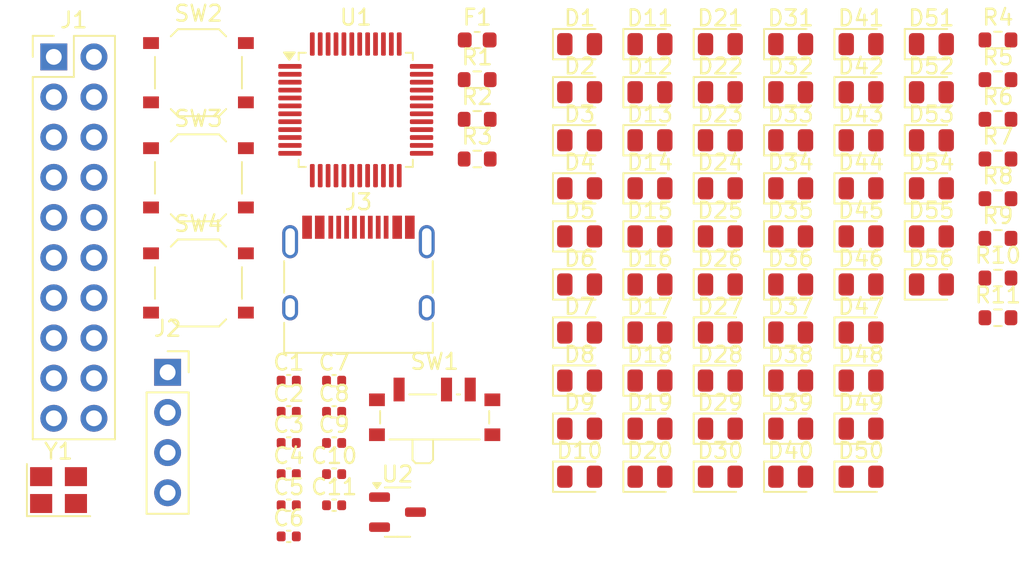
<source format=kicad_pcb>
(kicad_pcb (version 20240108) (generator "pcbnew") (generator_version "8.0")
  (layers (0 "F.Cu" signal) (31 "B.Cu" signal) (34 "B.Paste" user) (35 "F.Paste" user) (36 "B.SilkS" user "B.Silkscreen") (37 "F.SilkS" user "F.Silkscreen") (38 "B.Mask" user) (39 "F.Mask" user) (44 "Edge.Cuts" user))
  (net 0 "")
  (net 1 "+3.3V")
  (net 2 "GND")
  (net 3 "HSE_IN")
  (net 4 "HSE_OUT")
  (net 5 "NRST")
  (net 6 "Net-(U2-VI)")
  (net 7 "Net-(D1-A)")
  (net 8 "LED1")
  (net 9 "LED2")
  (net 10 "LED3")
  (net 11 "LED4")
  (net 12 "LED5")
  (net 13 "LED6")
  (net 14 "LED7")
  (net 15 "LED0")
  (net 16 "Net-(D10-A)")
  (net 17 "Net-(D15-A)")
  (net 18 "Net-(D22-A)")
  (net 19 "Net-(D29-A)")
  (net 20 "Net-(D36-A)")
  (net 21 "Net-(D43-A)")
  (net 22 "Net-(D50-A)")
  (net 23 "+5V")
  (net 24 "PB2")
  (net 25 "PB6")
  (net 26 "PB5")
  (net 27 "PB1")
  (net 28 "PB0")
  (net 29 "PB8")
  (net 30 "Net-(J1-Pin_20)")
  (net 31 "PB3")
  (net 32 "Net-(J1-Pin_16)")
  (net 33 "PB7")
  (net 34 "PB4")
  (net 35 "Net-(J1-Pin_14)")
  (net 36 "Net-(J1-Pin_18)")
  (net 37 "/SWCLK")
  (net 38 "/SWDIO")
  (net 40 "USB_D-")
  (net 42 "Net-(J3-CC2)")
  (net 43 "Net-(J3-CC1)")
  (net 46 "USB_D+")
  (net 49 "/BOOT0")
  (net 50 "Net-(SW1-B)")
  (net 51 "BTN0")
  (net 52 "BTN1")
  (footprint "LED_SMD:LED_0805_2012Metric" (layer "F.Cu") (at 131.1425 70.16)
    (property "Reference" "D43" (at 0 -1.65 0) (layer "F.SilkS"))
    (property "Value" "LED_Small")
    (pad "1" smd roundrect (at -0.9375 0) (size 0.975 1.4) (layers "F.Cu" "F.Paste" "F.Mask") (net 15 "LED0"))
    (pad "2" smd roundrect (at 0.9375 0) (size 0.975 1.4) (layers "F.Cu" "F.Paste" "F.Mask") (net 21 "Net-(D43-A)"))
  )
  (footprint "LED_SMD:LED_0805_2012Metric" (layer "F.Cu") (at 131.1425 82.32)
    (property "Reference" "D47" (at 0 -1.65 0) (layer "F.SilkS"))
    (property "Value" "LED_Small")
    (pad "1" smd roundrect (at -0.9375 0) (size 0.975 1.4) (layers "F.Cu" "F.Paste" "F.Mask") (net 11 "LED4"))
    (pad "2" smd roundrect (at 0.9375 0) (size 0.975 1.4) (layers "F.Cu" "F.Paste" "F.Mask") (net 21 "Net-(D43-A)"))
  )
  (footprint "LED_SMD:LED_0805_2012Metric" (layer "F.Cu") (at 126.6925 64.08)
    (property "Reference" "D31" (at 0 -1.65 0) (layer "F.SilkS"))
    (property "Value" "LED_Small")
    (pad "1" smd roundrect (at -0.9375 0) (size 0.975 1.4) (layers "F.Cu" "F.Paste" "F.Mask") (net 9 "LED2"))
    (pad "2" smd roundrect (at 0.9375 0) (size 0.975 1.4) (layers "F.Cu" "F.Paste" "F.Mask") (net 19 "Net-(D29-A)"))
  )
  (footprint "LED_SMD:LED_0805_2012Metric" (layer "F.Cu") (at 126.6925 79.28)
    (property "Reference" "D36" (at 0 -1.65 0) (layer "F.SilkS"))
    (property "Value" "LED_Small")
    (pad "1" smd roundrect (at -0.9375 0) (size 0.975 1.4) (layers "F.Cu" "F.Paste" "F.Mask") (net 15 "LED0"))
    (pad "2" smd roundrect (at 0.9375 0) (size 0.975 1.4) (layers "F.Cu" "F.Paste" "F.Mask") (net 20 "Net-(D36-A)"))
  )
  (footprint "Package_TO_SOT_SMD:SOT-23-3" (layer "F.Cu") (at 101.8225 93.68)
    (property "Reference" "U2" (at 0 -2.4 0) (layer "F.SilkS"))
    (property "Value" "XC6206P332MR")
    (pad "1" smd roundrect (at -1.1375 -0.95) (size 1.325 0.6) (layers "F.Cu" "F.Paste" "F.Mask") (net 2 "GND"))
    (pad "2" smd roundrect (at -1.1375 0.95) (size 1.325 0.6) (layers "F.Cu" "F.Paste" "F.Mask") (net 1 "+3.3V"))
    (pad "3" smd roundrect (at 1.1375 0) (size 1.325 0.6) (layers "F.Cu" "F.Paste" "F.Mask") (net 6 "Net-(U2-VI)"))
  )
  (footprint "LED_SMD:LED_0805_2012Metric" (layer "F.Cu") (at 126.6925 73.2)
    (property "Reference" "D34" (at 0 -1.65 0) (layer "F.SilkS"))
    (property "Value" "LED_Small")
    (pad "1" smd roundrect (at -0.9375 0) (size 0.975 1.4) (layers "F.Cu" "F.Paste" "F.Mask") (net 13 "LED6"))
    (pad "2" smd roundrect (at 0.9375 0) (size 0.975 1.4) (layers "F.Cu" "F.Paste" "F.Mask") (net 19 "Net-(D29-A)"))
  )
  (footprint "LED_SMD:LED_0805_2012Metric" (layer "F.Cu") (at 122.2425 88.4)
    (property "Reference" "D29" (at 0 -1.65 0) (layer "F.SilkS"))
    (property "Value" "LED_Small")
    (pad "1" smd roundrect (at -0.9375 0) (size 0.975 1.4) (layers "F.Cu" "F.Paste" "F.Mask") (net 15 "LED0"))
    (pad "2" smd roundrect (at 0.9375 0) (size 0.975 1.4) (layers "F.Cu" "F.Paste" "F.Mask") (net 19 "Net-(D29-A)"))
  )
  (footprint "LED_SMD:LED_0805_2012Metric" (layer "F.Cu") (at 117.7925 88.4)
    (property "Reference" "D19" (at 0 -1.65 0) (layer "F.SilkS"))
    (property "Value" "LED_Small")
    (pad "1" smd roundrect (at -0.9375 0) (size 0.975 1.4) (layers "F.Cu" "F.Paste" "F.Mask") (net 12 "LED5"))
    (pad "2" smd roundrect (at 0.9375 0) (size 0.975 1.4) (layers "F.Cu" "F.Paste" "F.Mask") (net 17 "Net-(D15-A)"))
  )
  (footprint "LED_SMD:LED_0805_2012Metric" (layer "F.Cu") (at 117.7925 85.36)
    (property "Reference" "D18" (at 0 -1.65 0) (layer "F.SilkS"))
    (property "Value" "LED_Small")
    (pad "1" smd roundrect (at -0.9375 0) (size 0.975 1.4) (layers "F.Cu" "F.Paste" "F.Mask") (net 11 "LED4"))
    (pad "2" smd roundrect (at 0.9375 0) (size 0.975 1.4) (layers "F.Cu" "F.Paste" "F.Mask") (net 17 "Net-(D15-A)"))
  )
  (footprint "LED_SMD:LED_0805_2012Metric" (layer "F.Cu") (at 117.7925 76.24)
    (property "Reference" "D15" (at 0 -1.65 0) (layer "F.SilkS"))
    (property "Value" "LED_Small")
    (pad "1" smd roundrect (at -0.9375 0) (size 0.975 1.4) (layers "F.Cu" "F.Paste" "F.Mask") (net 15 "LED0"))
    (pad "2" smd roundrect (at 0.9375 0) (size 0.975 1.4) (layers "F.Cu" "F.Paste" "F.Mask") (net 17 "Net-(D15-A)"))
  )
  (footprint "LED_SMD:LED_0805_2012Metric" (layer "F.Cu") (at 122.2425 85.36)
    (property "Reference" "D28" (at 0 -1.65 0) (layer "F.SilkS"))
    (property "Value" "LED_Small")
    (pad "1" smd roundrect (at -0.9375 0) (size 0.975 1.4) (layers "F.Cu" "F.Paste" "F.Mask") (net 14 "LED7"))
    (pad "2" smd roundrect (at 0.9375 0) (size 0.975 1.4) (layers "F.Cu" "F.Paste" "F.Mask") (net 18 "Net-(D22-A)"))
  )
  (footprint "Capacitor_SMD:C_0402_1005Metric" (layer "F.Cu") (at 97.8125 87.335)
    (property "Reference" "C8" (at 0 -1.16 0) (layer "F.SilkS"))
    (property "Value" "100nF")
    (pad "1" smd roundrect (at -0.48 0) (size 0.56 0.62) (layers "F.Cu" "F.Paste" "F.Mask") (net 5 "NRST"))
    (pad "2" smd roundrect (at 0.48 0) (size 0.56 0.62) (layers "F.Cu" "F.Paste" "F.Mask") (net 2 "GND"))
  )
  (footprint "LED_SMD:LED_0805_2012Metric" (layer "F.Cu") (at 131.1425 73.2)
    (property "Reference" "D44" (at 0 -1.65 0) (layer "F.SilkS"))
    (property "Value" "LED_Small")
    (pad "1" smd roundrect (at -0.9375 0) (size 0.975 1.4) (layers "F.Cu" "F.Paste" "F.Mask") (net 8 "LED1"))
    (pad "2" smd roundrect (at 0.9375 0) (size 0.975 1.4) (layers "F.Cu" "F.Paste" "F.Mask") (net 21 "Net-(D43-A)"))
  )
  (footprint "LED_SMD:LED_0805_2012Metric" (layer "F.Cu") (at 113.3425 85.36)
    (property "Reference" "D8" (at 0 -1.65 0) (layer "F.SilkS"))
    (property "Value" "LED_Small")
    (pad "1" smd roundrect (at -0.9375 0) (size 0.975 1.4) (layers "F.Cu" "F.Paste" "F.Mask") (net 15 "LED0"))
    (pad "2" smd roundrect (at 0.9375 0) (size 0.975 1.4) (layers "F.Cu" "F.Paste" "F.Mask") (net 16 "Net-(D10-A)"))
  )
  (footprint "Button_Switch_SMD:SW_Push_1P1T_XKB_TS-1187A" (layer "F.Cu") (at 89.2325 72.535)
    (property "Reference" "SW3" (at 0 -3.75 0) (layer "F.SilkS"))
    (property "Value" "SW_Push")
    (pad "1" smd rect (at -3 -1.875) (size 1 0.75) (layers "F.Cu" "F.Paste" "F.Mask") (net 51 "BTN0"))
    (pad "1" smd rect (at 3 -1.875) (size 1 0.75) (layers "F.Cu" "F.Paste" "F.Mask") (net 51 "BTN0"))
    (pad "2" smd rect (at -3 1.875) (size 1 0.75) (layers "F.Cu" "F.Paste" "F.Mask") (net 2 "GND"))
    (pad "2" smd rect (at 3 1.875) (size 1 0.75) (layers "F.Cu" "F.Paste" "F.Mask") (net 2 "GND"))
  )
  (footprint "LED_SMD:LED_0805_2012Metric" (layer "F.Cu") (at 126.6925 88.4)
    (property "Reference" "D39" (at 0 -1.65 0) (layer "F.SilkS"))
    (property "Value" "LED_Small")
    (pad "1" smd roundrect (at -0.9375 0) (size 0.975 1.4) (layers "F.Cu" "F.Paste" "F.Mask") (net 10 "LED3"))
    (pad "2" smd roundrect (at 0.9375 0) (size 0.975 1.4) (layers "F.Cu" "F.Paste" "F.Mask") (net 20 "Net-(D36-A)"))
  )
  (footprint "Resistor_SMD:R_0603_1608Metric" (layer "F.Cu") (at 106.8625 66.325)
    (property "Reference" "R1" (at 0 -1.43 0) (layer "F.SilkS"))
    (property "Value" "10k")
    (pad "1" smd roundrect (at -0.825 0) (size 0.8 0.95) (layers "F.Cu" "F.Paste" "F.Mask") (net 50 "Net-(SW1-B)"))
    (pad "2" smd roundrect (at 0.825 0) (size 0.8 0.95) (layers "F.Cu" "F.Paste" "F.Mask") (net 49 "/BOOT0"))
  )
  (footprint "Resistor_SMD:R_0603_1608Metric" (layer "F.Cu") (at 139.8025 71.345)
    (property "Reference" "R7" (at 0 -1.43 0) (layer "F.SilkS"))
    (property "Value" "51Ω")
    (pad "1" smd roundrect (at -0.825 0) (size 0.8 0.95) (layers "F.Cu" "F.Paste" "F.Mask") (net 10 "LED3"))
    (pad "2" smd roundrect (at 0.825 0) (size 0.8 0.95) (layers "F.Cu" "F.Paste" "F.Mask") (net 18 "Net-(D22-A)"))
  )
  (footprint "Capacitor_SMD:C_0402_1005Metric" (layer "F.Cu") (at 94.9425 89.305)
    (property "Reference" "C3" (at 0 -1.16 0) (layer "F.SilkS"))
    (property "Value" "100nF")
    (pad "1" smd roundrect (at -0.48 0) (size 0.56 0.62) (layers "F.Cu" "F.Paste" "F.Mask") (net 1 "+3.3V"))
    (pad "2" smd roundrect (at 0.48 0) (size 0.56 0.62) (layers "F.Cu" "F.Paste" "F.Mask") (net 2 "GND"))
  )
  (footprint "LED_SMD:LED_0805_2012Metric" (layer "F.Cu") (at 122.2425 79.28)
    (property "Reference" "D26" (at 0 -1.65 0) (layer "F.SilkS"))
    (property "Value" "LED_Small")
    (pad "1" smd roundrect (at -0.9375 0) (size 0.975 1.4) (layers "F.Cu" "F.Paste" "F.Mask") (net 12 "LED5"))
    (pad "2" smd roundrect (at 0.9375 0) (size 0.975 1.4) (layers "F.Cu" "F.Paste" "F.Mask") (net 18 "Net-(D22-A)"))
  )
  (footprint "LED_SMD:LED_0805_2012Metric" (layer "F.Cu") (at 113.3425 91.44)
    (property "Reference" "D10" (at 0 -1.65 0) (layer "F.SilkS"))
    (property "Value" "LED_Small")
    (pad "1" smd roundrect (at -0.9375 0) (size 0.975 1.4) (layers "F.Cu" "F.Paste" "F.Mask") (net 10 "LED3"))
    (pad "2" smd roundrect (at 0.9375 0) (size 0.975 1.4) (layers "F.Cu" "F.Paste" "F.Mask") (net 16 "Net-(D10-A)"))
  )
  (footprint "LED_SMD:LED_0805_2012Metric" (layer "F.Cu") (at 131.1425 91.44)
    (property "Reference" "D50" (at 0 -1.65 0) (layer "F.SilkS"))
    (property "Value" "LED_Small")
    (pad "1" smd roundrect (at -0.9375 0) (size 0.975 1.4) (layers "F.Cu" "F.Paste" "F.Mask") (net 15 "LED0"))
    (pad "2" smd roundrect (at 0.9375 0) (size 0.975 1.4) (layers "F.Cu" "F.Paste" "F.Mask") (net 22 "Net-(D50-A)"))
  )
  (footprint "LED_SMD:LED_0805_2012Metric" (layer "F.Cu") (at 126.6925 70.16)
    (property "Reference" "D33" (at 0 -1.65 0) (layer "F.SilkS"))
    (property "Value" "LED_Small")
    (pad "1" smd roundrect (at -0.9375 0) (size 0.975 1.4) (layers "F.Cu" "F.Paste" "F.Mask") (net 12 "LED5"))
    (pad "2" smd roundrect (at 0.9375 0) (size 0.975 1.4) (layers "F.Cu" "F.Paste" "F.Mask") (net 19 "Net-(D29-A)"))
  )
  (footprint "LED_SMD:LED_0805_2012Metric" (layer "F.Cu") (at 131.1425 64.08)
    (property "Reference" "D41" (at 0 -1.65 0) (layer "F.SilkS"))
    (property "Value" "LED_Small")
    (pad "1" smd roundrect (at -0.9375 0) (size 0.975 1.4) (layers "F.Cu" "F.Paste" "F.Mask") (net 13 "LED6"))
    (pad "2" smd roundrect (at 0.9375 0) (size 0.975 1.4) (layers "F.Cu" "F.Paste" "F.Mask") (net 20 "Net-(D36-A)"))
  )
  (footprint "LED_SMD:LED_0805_2012Metric" (layer "F.Cu") (at 126.6925 76.24)
    (property "Reference" "D35" (at 0 -1.65 0) (layer "F.SilkS"))
    (property "Value" "LED_Small")
    (pad "1" smd roundrect (at -0.9375 0) (size 0.975 1.4) (layers "F.Cu" "F.Paste" "F.Mask") (net 14 "LED7"))
    (pad "2" smd roundrect (at 0.9375 0) (size 0.975 1.4) (layers "F.Cu" "F.Paste" "F.Mask") (net 19 "Net-(D29-A)"))
  )
  (footprint "LED_SMD:LED_0805_2012Metric" (layer "F.Cu") (at 135.5925 79.28)
    (property "Reference" "D56" (at 0 -1.65 0) (layer "F.SilkS"))
    (property "Value" "LED_Small")
    (pad "1" smd roundrect (at -0.9375 0) (size 0.975 1.4) (layers "F.Cu" "F.Paste" "F.Mask") (net 13 "LED6"))
    (pad "2" smd roundrect (at 0.9375 0) (size 0.975 1.4) (layers "F.Cu" "F.Paste" "F.Mask") (net 22 "Net-(D50-A)"))
  )
  (footprint "Capacitor_SMD:C_0402_1005Metric" (layer "F.Cu") (at 97.8125 89.305)
    (property "Reference" "C9" (at 0 -1.16 0) (layer "F.SilkS"))
    (property "Value" "100nF")
    (pad "1" smd roundrect (at -0.48 0) (size 0.56 0.62) (layers "F.Cu" "F.Paste" "F.Mask") (net 1 "+3.3V"))
    (pad "2" smd roundrect (at 0.48 0) (size 0.56 0.62) (layers "F.Cu" "F.Paste" "F.Mask") (net 2 "GND"))
  )
  (footprint "LED_SMD:LED_0805_2012Metric" (layer "F.Cu") (at 117.7925 91.44)
    (property "Reference" "D20" (at 0 -1.65 0) (layer "F.SilkS"))
    (property "Value" "LED_Small")
    (pad "1" smd roundrect (at -0.9375 0) (size 0.975 1.4) (layers "F.Cu" "F.Paste" "F.Mask") (net 13 "LED6"))
    (pad "2" smd roundrect (at 0.9375 0) (size 0.975 1.4) (layers "F.Cu" "F.Paste" "F.Mask") (net 17 "Net-(D15-A)"))
  )
  (footprint "LCSC:TYPE-C-31-M-12" (layer "F.Cu") (at 99.3525 79.705)
    (property "Reference" "J3" (at 0 -5.645 0) (layer "F.SilkS"))
    (property "Value" "TYPE-C-31-M-12")
    (pad "" np_thru_hole circle (at -2.89 -2.6) (size 0.65 0.65) (drill 0.65) (layers "*.Cu" "*.Mask"))
    (pad "" np_thru_hole circle (at 2.89 -2.6) (size 0.65 0.65) (drill 0.65) (layers "*.Cu" "*.Mask"))
    (pad "A1" smd rect (at -3.25 -4.045) (size 0.6 1.45) (layers "F.Cu" "F.Paste" "F.Mask"))
    (pad "A4" smd rect (at -2.45 -4.045) (size 0.6 1.45) (layers "F.Cu" "F.Paste" "F.Mask"))
    (pad "A5" smd rect (at -1.25 -4.045) (size 0.3 1.45) (layers "F.Cu" "F.Paste" "F.Mask") (net 43 "Net-(J3-CC1)"))
    (pad "A6" smd rect (at -0.25 -4.045) (size 0.3 1.45) (layers "F.Cu" "F.Paste" "F.Mask") (net 46 "USB_D+"))
    (pad "A7" smd rect (at 0.25 -4.045) (size 0.3 1.45) (layers "F.Cu" "F.Paste" "F.Mask") (net 40 "USB_D-"))
    (pad "A8" smd rect (at 1.25 -4.045) (size 0.3 1.45) (layers "F.Cu" "F.Paste" "F.Mask"))
    (pad "A9" smd rect (at 2.45 -4.045) (size 0.6 1.45) (layers "F.Cu" "F.Paste" "F.Mask"))
    (pad "A12" smd rect (at 3.25 -4.045) (size 0.6 1.45) (layers "F.Cu" "F.Paste" "F.Mask"))
    (pad "B1" smd rect (at 3.25 -4.045) (size 0.6 1.45) (layers "F.Cu" "F.Paste" "F.Mask"))
    (pad "B4" smd rect (at 2.45 -4.045) (size 0.6 1.45) (layers "F.Cu" "F.Paste" "F.Mask"))
    (pad "B5" smd rect (at 1.75 -4.045) (size 0.3 1.45) (layers "F.Cu" "F.Paste" "F.Mask") (net 42 "Net-(J3-CC2)"))
    (pad "B6" smd rect (at 0.75 -4.045) (size 0.3 1.45) (layers "F.Cu" "F.Paste" "F.Mask") (net 46 "USB_D+"))
    (pad "B7" smd rect (at -0.75 -4.045) (size 0.3 1.45) (layers "F.Cu" "F.Paste" "F.Mask") (net 40 "USB_D-"))
    (pad "B8" smd rect (at -1.75 -4.045) (size 0.3 1.45) (layers "F.Cu" "F.Paste" "F.Mask"))
    (pad "B9" smd rect (at -2.45 -4.045) (size 0.6 1.45) (layers "F.Cu" "F.Paste" "F.Mask"))
    (pad "B12" smd rect (at -3.25 -4.045) (size 0.6 1.45) (layers "F.Cu" "F.Paste" "F.Mask"))
    (pad "S1" thru_hole oval (at -4.32 -3.13) (size 1 2.1) (drill oval 0.6 1.7) (layers "*.Cu" "*.Mask"))
    (pad "S1" thru_hole oval (at -4.32 1.05) (size 1 1.6) (drill oval 0.6 1.2) (layers "*.Cu" "*.Mask"))
    (pad "S1" thru_hole oval (at 4.32 -3.13) (size 1 2.1) (drill oval 0.6 1.7) (layers "*.Cu" "*.Mask"))
    (pad "S1" thru_hole oval (at 4.32 1.05) (size 1 1.6) (drill oval 0.6 1.2) (layers "*.Cu" "*.Mask"))
  )
  (footprint "LED_SMD:LED_0805_2012Metric" (layer "F.Cu") (at 117.7925 64.08)
    (property "Reference" "D11" (at 0 -1.65 0) (layer "F.SilkS"))
    (property "Value" "LED_Small")
    (pad "1" smd roundrect (at -0.9375 0) (size 0.975 1.4) (layers "F.Cu" "F.Paste" "F.Mask") (net 11 "LED4"))
    (pad "2" smd roundrect (at 0.9375 0) (size 0.975 1.4) (layers "F.Cu" "F.Paste" "F.Mask") (net 16 "Net-(D10-A)"))
  )
  (footprint "LED_SMD:LED_0805_2012Metric" (layer "F.Cu") (at 126.6925 67.12)
    (property "Reference" "D32" (at 0 -1.65 0) (layer "F.SilkS"))
    (property "Value" "LED_Small")
    (pad "1" smd roundrect (at -0.9375 0) (size 0.975 1.4) (layers "F.Cu" "F.Paste" "F.Mask") (net 10 "LED3"))
    (pad "2" smd roundrect (at 0.9375 0) (size 0.975 1.4) (layers "F.Cu" "F.Paste" "F.Mask") (net 19 "Net-(D29-A)"))
  )
  (footprint "Capacitor_SMD:C_0402_1005Metric" (layer "F.Cu") (at 97.8125 93.245)
    (property "Reference" "C11" (at 0 -1.16 0) (layer "F.SilkS"))
    (property "Value" "10uF")
    (pad "1" smd roundrect (at -0.48 0) (size 0.56 0.62) (layers "F.Cu" "F.Paste" "F.Mask") (net 1 "+3.3V"))
    (pad "2" smd roundrect (at 0.48 0) (size 0.56 0.62) (layers "F.Cu" "F.Paste" "F.Mask") (net 2 "GND"))
  )
  (footprint "LED_SMD:LED_0805_2012Metric" (layer "F.Cu") (at 131.1425 85.36)
    (property "Reference" "D48" (at 0 -1.65 0) (layer "F.SilkS"))
    (property "Value" "LED_Small")
    (pad "1" smd roundrect (at -0.9375 0) (size 0.975 1.4) (layers "F.Cu" "F.Paste" "F.Mask") (net 12 "LED5"))
    (pad "2" smd roundrect (at 0.9375 0) (size 0.975 1.4) (layers "F.Cu" "F.Paste" "F.Mask") (net 21 "Net-(D43-A)"))
  )
  (footprint "LED_SMD:LED_0805_2012Metric" (layer "F.Cu") (at 126.6925 85.36)
    (property "Reference" "D38" (at 0 -1.65 0) (layer "F.SilkS"))
    (property "Value" "LED_Small")
    (pad "1" smd roundrect (at -0.9375 0) (size 0.975 1.4) (layers "F.Cu" "F.Paste" "F.Mask") (net 9 "LED2"))
    (pad "2" smd roundrect (at 0.9375 0) (size 0.975 1.4) (layers "F.Cu" "F.Paste" "F.Mask") (net 20 "Net-(D36-A)"))
  )
  (footprint "Capacitor_SMD:C_0402_1005Metric" (layer "F.Cu") (at 97.8125 91.275)
    (property "Reference" "C10" (at 0 -1.16 0) (layer "F.SilkS"))
    (property "Value" "10uF")
    (pad "1" smd roundrect (at -0.48 0) (size 0.56 0.62) (layers "F.Cu" "F.Paste" "F.Mask") (net 6 "Net-(U2-VI)"))
    (pad "2" smd roundrect (at 0.48 0) (size 0.56 0.62) (layers "F.Cu" "F.Paste" "F.Mask") (net 2 "GND"))
  )
  (footprint "Resistor_SMD:R_0603_1608Metric" (layer "F.Cu") (at 139.8025 81.385)
    (property "Reference" "R11" (at 0 -1.43 0) (layer "F.SilkS"))
    (property "Value" "51Ω")
    (pad "1" smd roundrect (at -0.825 0) (size 0.8 0.95) (layers "F.Cu" "F.Paste" "F.Mask") (net 14 "LED7"))
    (pad "2" smd roundrect (at 0.825 0) (size 0.8 0.95) (layers "F.Cu" "F.Paste" "F.Mask") (net 22 "Net-(D50-A)"))
  )
  (footprint "LED_SMD:LED_0805_2012Metric" (layer "F.Cu") (at 117.7925 67.12)
    (property "Reference" "D12" (at 0 -1.65 0) (layer "F.SilkS"))
    (property "Value" "LED_Small")
    (pad "1" smd roundrect (at -0.9375 0) (size 0.975 1.4) (layers "F.Cu" "F.Paste" "F.Mask") (net 12 "LED5"))
    (pad "2" smd roundrect (at 0.9375 0) (size 0.975 1.4) (layers "F.Cu" "F.Paste" "F.Mask") (net 16 "Net-(D10-A)"))
  )
  (footprint "Resistor_SMD:R_0603_1608Metric" (layer "F.Cu") (at 139.8025 66.325)
    (property "Reference" "R5" (at 0 -1.43 0) (layer "F.SilkS"))
    (property "Value" "51Ω")
    (pad "1" smd roundrect (at -0.825 0) (size 0.8 0.95) (layers "F.Cu" "F.Paste" "F.Mask") (net 8 "LED1"))
    (pad "2" smd roundrect (at 0.825 0) (size 0.8 0.95) (layers "F.Cu" "F.Paste" "F.Mask") (net 16 "Net-(D10-A)"))
  )
  (footprint "Package_QFP:LQFP-48_7x7mm_P0.5mm" (layer "F.Cu") (at 99.1825 68.235)
    (property "Reference" "U1" (at 0 -5.85 0) (layer "F.SilkS"))
    (property "Value" "STM32F070CBTx")
    (pad "1" smd roundrect (at -4.1625 -2.75) (size 1.475 0.3) (layers "F.Cu" "F.Paste" "F.Mask") (net 1 "+3.3V"))
    (pad "2" smd roundrect (at -4.1625 -2.25) (size 1.475 0.3) (layers "F.Cu" "F.Paste" "F.Mask"))
    (pad "3" smd roundrect (at -4.1625 -1.75) (size 1.475 0.3) (layers "F.Cu" "F.Paste" "F.Mask"))
    (pad "4" smd roundrect (at -4.1625 -1.25) (size 1.475 0.3) (layers "F.Cu" "F.Paste" "F.Mask"))
    (pad "5" smd roundrect (at -4.1625 -0.75) (size 1.475 0.3) (layers "F.Cu" "F.Paste" "F.Mask") (net 3 "HSE_IN"))
    (pad "6" smd roundrect (at -4.1625 -0.25) (size 1.475 0.3) (layers "F.Cu" "F.Paste" "F.Mask") (net 4 "HSE_OUT"))
    (pad "7" smd roundrect (at -4.1625 0.25) (size 1.475 0.3) (layers "F.Cu" "F.Paste" "F.Mask") (net 5 "NRST"))
    (pad "8" smd roundrect (at -4.1625 0.75) (size 1.475 0.3) (layers "F.Cu" "F.Paste" "F.Mask") (net 2 "GND"))
    (pad "9" smd roundrect (at -4.1625 1.25) (size 1.475 0.3) (layers "F.Cu" "F.Paste" "F.Mask") (net 1 "+3.3V"))
    (pad "10" smd roundrect (at -4.1625 1.75) (size 1.475 0.3) (layers "F.Cu" "F.Paste" "F.Mask") (net 15 "LED0"))
    (pad "11" smd roundrect (at -4.1625 2.25) (size 1.475 0.3) (layers "F.Cu" "F.Paste" "F.Mask") (net 8 "LED1"))
    (pad "12" smd roundrect (at -4.1625 2.75) (size 1.475 0.3) (layers "F.Cu" "F.Paste" "F.Mask") (net 9 "LED2"))
    (pad "13" smd roundrect (at -2.75 4.1625) (size 0.3 1.475) (layers "F.Cu" "F.Paste" "F.Mask") (net 10 "LED3"))
    (pad "14" smd roundrect (at -2.25 4.1625) (size 0.3 1.475) (layers "F.Cu" "F.Paste" "F.Mask") (net 11 "LED4"))
    (pad "15" smd roundrect (at -1.75 4.1625) (size 0.3 1.475) (layers "F.Cu" "F.Paste" "F.Mask") (net 12 "LED5"))
    (pad "16" smd roundrect (at -1.25 4.1625) (size 0.3 1.475) (layers "F.Cu" "F.Paste" "F.Mask") (net 13 "LED6"))
    (pad "17" smd roundrect (at -0.75 4.1625) (size 0.3 1.475) (layers "F.Cu" "F.Paste" "F.Mask") (net 14 "LED7"))
    (pad "18" smd roundrect (at -0.25 4.1625) (size 0.3 1.475) (layers "F.Cu" "F.Paste" "F.Mask") (net 28 "PB0"))
    (pad "19" smd roundrect (at 0.25 4.1625) (size 0.3 1.475) (layers "F.Cu" "F.Paste" "F.Mask") (net 27 "PB1"))
    (pad "20" smd roundrect (at 0.75 4.1625) (size 0.3 1.475) (layers "F.Cu" "F.Paste" "F.Mask") (net 24 "PB2"))
    (pad "21" smd roundrect (at 1.25 4.1625) (size 0.3 1.475) (layers "F.Cu" "F.Paste" "F.Mask") (net 51 "BTN0"))
    (pad "22" smd roundrect (at 1.75 4.1625) (size 0.3 1.475) (layers "F.Cu" "F.Paste" "F.Mask") (net 52 "BTN1"))
    (pad "23" smd roundrect (at 2.25 4.1625) (size 0.3 1.475) (layers "F.Cu" "F.Paste" "F.Mask") (net 2 "GND"))
    (pad "24" smd roundrect (at 2.75 4.1625) (size 0.3 1.475) (layers "F.Cu" "F.Paste" "F.Mask") (net 1 "+3.3V"))
    (pad "25" smd roundrect (at 4.1625 2.75) (size 1.475 0.3) (layers "F.Cu" "F.Paste" "F.Mask") (net 35 "Net-(J1-Pin_14)"))
    (pad "26" smd roundrect (at 4.1625 2.25) (size 1.475 0.3) (layers "F.Cu" "F.Paste" "F.Mask") (net 32 "Net-(J1-Pin_16)"))
    (pad "27" smd roundrect (at 4.1625 1.75) (size 1.475 0.3) (layers "F.Cu" "F.Paste" "F.Mask") (net 36 "Net-(J1-Pin_18)"))
    (pad "28" smd roundrect (at 4.1625 1.25) (size 1.475 0.3) (layers "F.Cu" "F.Paste" "F.Mask") (net 30 "Net-(J1-Pin_20)"))
    (pad "29" smd roundrect (at 4.1625 0.75) (size 1.475 0.3) (layers "F.Cu" "F.Paste" "F.Mask"))
    (pad "30" smd roundrect (at 4.1625 0.25) (size 1.475 0.3) (layers "F.Cu" "F.Paste" "F.Mask"))
    (pad "31" smd roundrect (at 4.1625 -0.25) (size 1.475 0.3) (layers "F.Cu" "F.Paste" "F.Mask"))
    (pad "32" smd roundrect (at 4.1625 -0.75) (size 1.475 0.3) (layers "F.Cu" "F.Paste" "F.Mask") (net 40 "USB_D-"))
    (pad "33" smd roundrect (at 4.1625 -1.25) (size 1.475 0.3) (layers "F.Cu" "F.Paste" "F.Mask") (net 46 "USB_D+"))
    (pad "34" smd roundrect (at 4.1625 -1.75) (size 1.475 0.3) (layers "F.Cu" "F.Paste" "F.Mask") (net 38 "/SWDIO"))
    (pad "35" smd roundrect (at 4.1625 -2.25) (size 1.475 0.3) (layers "F.Cu" "F.Paste" "F.Mask") (net 2 "GND"))
    (pad "36" smd roundrect (at 4.1625 -2.75) (size 1.475 0.3) (layers "F.Cu" "F.Paste" "F.Mask") (net 1 "+3.3V"))
    (pad "37" smd roundrect (at 2.75 -4.1625) (size 0.3 1.475) (layers "F.Cu" "F.Paste" "F.Mask") (net 37 "/SWCLK"))
    (pad "38" smd roundrect (at 2.25 -4.1625) (size 0.3 1.475) (layers "F.Cu" "F.Paste" "F.Mask"))
    (pad "39" smd roundrect (at 1.75 -4.1625) (size 0.3 1.475) (layers "F.Cu" "F.Paste" "F.Mask") (net 31 "PB3"))
    (pad "40" smd roundrect (at 1.25 -4.1625) (size 0.3 1.475) (layers "F.Cu" "F.Paste" "F.Mask") (net 34 "PB4"))
    (pad "41" smd roundrect (at 0.75 -4.1625) (size 0.3 1.475) (layers "F.Cu" "F.Paste" "F.Mask") (net 26 "PB5"))
    (pad "42" smd roundrect (at 0.25 -4.1625) (size 0.3 1.475) (layers "F.Cu" "F.Paste" "F.Mask") (net 25 "PB6"))
    (pad "43" smd roundrect (at -0.25 -4.1625) (size 0.3 1.475) (layers "F.Cu" "F.Paste" "F.Mask") (net 33 "PB7"))
    (pad "44" smd roundrect (at -0.75 -4.1625) (size 0.3 1.475) (layers "F.Cu" "F.Paste" "F.Mask") (net 49 "/BOOT0"))
    (pad "45" smd roundrect (at -1.25 -4.1625) (size 0.3 1.475) (layers "F.Cu" "F.Paste" "F.Mask") (net 29 "PB8"))
    (pad "46" smd roundrect (at -1.75 -4.1625) (size 0.3 1.475) (layers "F.Cu" "F.Paste" "F.Mask"))
    (pad "47" smd roundrect (at -2.25 -4.1625) (size 0.3 1.475) (layers "F.Cu" "F.Paste" "F.Mask") (net 2 "GND"))
    (pad "48" smd roundrect (at -2.75 -4.1625) (size 0.3 1.475) (layers "F.Cu" "F.Paste" "F.Mask") (net 1 "+3.3V"))
  )
  (footprint "LED_SMD:LED_0805_2012Metric" (layer "F.Cu") (at 113.3425 82.32)
    (property "Reference" "D7" (at 0 -1.65 0) (layer "F.SilkS"))
    (property "Value" "LED_Small")
    (pad "1" smd roundrect (at -0.9375 0) (size 0.975 1.4) (layers "F.Cu" "F.Paste" "F.Mask") (net 14 "LED7"))
    (pad "2" smd roundrect (at 0.9375 0) (size 0.975 1.4) (layers "F.Cu" "F.Paste" "F.Mask") (net 7 "Net-(D1-A)"))
  )
  (footprint "Resistor_SMD:R_0603_1608Metric" (layer "F.Cu") (at 106.8625 68.835)
    (property "Reference" "R2" (at 0 -1.43 0) (layer "F.SilkS"))
    (property "Value" "5.1k")
    (pad "1" smd roundrect (at -0.825 0) (size 0.8 0.95) (layers "F.Cu" "F.Paste" "F.Mask") (net 2 "GND"))
    (pad "2" smd roundrect (at 0.825 0) (size 0.8 0.95) (layers "F.Cu" "F.Paste" "F.Mask") (net 43 "Net-(J3-CC1)"))
  )
  (footprint "LED_SMD:LED_0805_2012Metric" (layer "F.Cu") (at 135.5925 76.24)
    (property "Reference" "D55" (at 0 -1.65 0) (layer "F.SilkS"))
    (property "Value" "LED_Small")
    (pad "1" smd roundrect (at -0.9375 0) (size 0.975 1.4) (layers "F.Cu" "F.Paste" "F.Mask") (net 12 "LED5"))
    (pad "2" smd roundrect (at 0.9375 0) (size 0.975 1.4) (layers "F.Cu" "F.Paste" "F.Mask") (net 22 "Net-(D50-A)"))
  )
  (footprint "Button_Switch_SMD:SW_Push_1P1T_XKB_TS-1187A" (layer "F.Cu") (at 89.2325 79.185)
    (property "Reference" "SW4" (at 0 -3.75 0) (layer "F.SilkS"))
    (property "Value" "SW_Push")
    (pad "1" smd rect (at -3 -1.875) (size 1 0.75) (layers "F.Cu" "F.Paste" "F.Mask") (net 52 "BTN1"))
    (pad "1" smd rect (at 3 -1.875) (size 1 0.75) (layers "F.Cu" "F.Paste" "F.Mask") (net 52 "BTN1"))
    (pad "2" smd rect (at -3 1.875) (size 1 0.75) (layers "F.Cu" "F.Paste" "F.Mask") (net 2 "GND"))
    (pad "2" smd rect (at 3 1.875) (size 1 0.75) (layers "F.Cu" "F.Paste" "F.Mask") (net 2 "GND"))
  )
  (footprint "LED_SMD:LED_0805_2012Metric" (layer "F.Cu") (at 122.2425 67.12)
    (property "Reference" "D22" (at 0 -1.65 0) (layer "F.SilkS"))
    (property "Value" "LED_Small")
    (pad "1" smd roundrect (at -0.9375 0) (size 0.975 1.4) (layers "F.Cu" "F.Paste" "F.Mask") (net 15 "LED0"))
    (pad "2" smd roundrect (at 0.9375 0) (size 0.975 1.4) (layers "F.Cu" "F.Paste" "F.Mask") (net 18 "Net-(D22-A)"))
  )
  (footprint "Resistor_SMD:R_0603_1608Metric" (layer "F.Cu") (at 139.8025 63.815)
    (property "Reference" "R4" (at 0 -1.43 0) (layer "F.SilkS"))
    (property "Value" "51Ω")
    (pad "1" smd roundrect (at -0.825 0) (size 0.8 0.95) (layers "F.Cu" "F.Paste" "F.Mask") (net 15 "LED0"))
    (pad "2" smd roundrect (at 0.825 0) (size 0.8 0.95) (layers "F.Cu" "F.Paste" "F.Mask") (net 7 "Net-(D1-A)"))
  )
  (footprint "LED_SMD:LED_0805_2012Metric" (layer "F.Cu") (at 117.7925 79.28)
    (property "Reference" "D16" (at 0 -1.65 0) (layer "F.SilkS"))
    (property "Value" "LED_Small")
    (pad "1" smd roundrect (at -0.9375 0) (size 0.975 1.4) (layers "F.Cu" "F.Paste" "F.Mask") (net 8 "LED1"))
    (pad "2" smd roundrect (at 0.9375 0) (size 0.975 1.4) (layers "F.Cu" "F.Paste" "F.Mask") (net 17 "Net-(D15-A)"))
  )
  (footprint "Resistor_SMD:R_0603_1608Metric" (layer "F.Cu") (at 139.8025 73.855)
    (property "Reference" "R8" (at 0 -1.43 0) (layer "F.SilkS"))
    (property "Value" "51Ω")
    (pad "1" smd roundrect (at -0.825 0) (size 0.8 0.95) (layers "F.Cu" "F.Paste" "F.Mask") (net 11 "LED4"))
    (pad "2" smd roundrect (at 0.825 0) (size 0.8 0.95) (layers "F.Cu" "F.Paste" "F.Mask") (net 19 "Net-(D29-A)"))
  )
  (footprint "LED_SMD:LED_0805_2012Metric" (layer "F.Cu") (at 113.3425 88.4)
    (property "Reference" "D9" (at 0 -1.65 0) (layer "F.SilkS"))
    (property "Value" "LED_Small")
    (pad "1" smd roundrect (at -0.9375 0) (size 0.975 1.4) (layers "F.Cu" "F.Paste" "F.Mask") (net 9 "LED2"))
    (pad "2" smd roundrect (at 0.9375 0) (size 0.975 1.4) (layers "F.Cu" "F.Paste" "F.Mask") (net 16 "Net-(D10-A)"))
  )
  (footprint "LED_SMD:LED_0805_2012Metric" (layer "F.Cu") (at 126.6925 82.32)
    (property "Reference" "D37" (at 0 -1.65 0) (layer "F.SilkS"))
    (property "Value" "LED_Small")
    (pad "1" smd roundrect (at -0.9375 0) (size 0.975 1.4) (layers "F.Cu" "F.Paste" "F.Mask") (net 8 "LED1"))
    (pad "2" smd roundrect (at 0.9375 0) (size 0.975 1.4) (layers "F.Cu" "F.Paste" "F.Mask") (net 20 "Net-(D36-A)"))
  )
  (footprint "LED_SMD:LED_0805_2012Metric" (layer "F.Cu") (at 113.3425 79.28)
    (property "Reference" "D6" (at 0 -1.65 0) (layer "F.SilkS"))
    (property "Value" "LED_Small")
    (pad "1" smd roundrect (at -0.9375 0) (size 0.975 1.4) (layers "F.Cu" "F.Paste" "F.Mask") (net 13 "LED6"))
    (pad "2" smd roundrect (at 0.9375 0) (size 0.975 1.4) (layers "F.Cu" "F.Paste" "F.Mask") (net 7 "Net-(D1-A)"))
  )
  (footprint "LED_SMD:LED_0805_2012Metric" (layer "F.Cu") (at 122.2425 64.08)
    (property "Reference" "D21" (at 0 -1.65 0) (layer "F.SilkS"))
    (property "Value" "LED_Small")
    (pad "1" smd roundrect (at -0.9375 0) (size 0.975 1.4) (layers "F.Cu" "F.Paste" "F.Mask") (net 14 "LED7"))
    (pad "2" smd roundrect (at 0.9375 0) (size 0.975 1.4) (layers "F.Cu" "F.Paste" "F.Mask") (net 17 "Net-(D15-A)"))
  )
  (footprint "LED_SMD:LED_0805_2012Metric" (layer "F.Cu") (at 126.6925 91.44)
    (property "Reference" "D40" (at 0 -1.65 0) (layer "F.SilkS"))
    (property "Value" "LED_Small")
    (pad "1" smd roundrect (at -0.9375 0) (size 0.975 1.4) (layers "F.Cu" "F.Paste" "F.Mask") (net 11 "LED4"))
    (pad "2" smd roundrect (at 0.9375 0) (size 0.975 1.4) (layers "F.Cu" "F.Paste" "F.Mask") (net 20 "Net-(D36-A)"))
  )
  (footprint "Button_Switch_SMD:SW_Push_1P1T_XKB_TS-1187A" (layer "F.Cu") (at 89.2325 65.885)
    (property "Reference" "SW2" (at 0 -3.75 0) (layer "F.SilkS"))
    (property "Value" "SW_Push")
    (pad "1" smd rect (at -3 -1.875) (size 1 0.75) (layers "F.Cu" "F.Paste" "F.Mask") (net 5 "NRST"))
    (pad "1" smd rect (at 3 -1.875) (size 1 0.75) (layers "F.Cu" "F.Paste" "F.Mask") (net 5 "NRST"))
    (pad "2" smd rect (at -3 1.875) (size 1 0.75) (layers "F.Cu" "F.Paste" "F.Mask") (net 2 "GND"))
    (pad "2" smd rect (at 3 1.875) (size 1 0.75) (layers "F.Cu" "F.Paste" "F.Mask") (net 2 "GND"))
  )
  (footprint "LED_SMD:LED_0805_2012Metric" (layer "F.Cu") (at 113.3425 64.08)
    (property "Reference" "D1" (at 0 -1.65 0) (layer "F.SilkS"))
    (property "Value" "LED_Small")
    (pad "1" smd roundrect (at -0.9375 0) (size 0.975 1.4) (layers "F.Cu" "F.Paste" "F.Mask") (net 8 "LED1"))
    (pad "2" smd roundrect (at 0.9375 0) (size 0.975 1.4) (layers "F.Cu" "F.Paste" "F.Mask") (net 7 "Net-(D1-A)"))
  )
  (footprint "Resistor_SMD:R_0603_1608Metric" (layer "F.Cu") (at 106.8625 71.345)
    (property "Reference" "R3" (at 0 -1.43 0) (layer "F.SilkS"))
    (property "Value" "5.1k")
    (pad "1" smd roundrect (at -0.825 0) (size 0.8 0.95) (layers "F.Cu" "F.Paste" "F.Mask") (net 42 "Net-(J3-CC2)"))
    (pad "2" smd roundrect (at 0.825 0) (size 0.8 0.95) (layers "F.Cu" "F.Paste" "F.Mask") (net 2 "GND"))
  )
  (footprint "Button_Switch_SMD:SW_SPDT_PCM12" (layer "F.Cu") (at 104.1725 87.355)
    (property "Reference" "SW1" (at 0 -3.2 0) (layer "F.SilkS"))
    (property "Value" "SW_SPDT")
    (pad "" smd rect (at -3.65 -0.78) (size 1 0.8) (layers "F.Cu" "F.Paste" "F.Mask"))
    (pad "" smd rect (at -3.65 1.43) (size 1 0.8) (layers "F.Cu" "F.Paste" "F.Mask"))
    (pad "" np_thru_hole circle (at -1.5 0.33) (size 0.9 0.9) (drill 0.9) (layers "*.Cu" "*.Mask"))
    (pad "" np_thru_hole circle (at 1.5 0.33) (size 0.9 0.9) (drill 0.9) (layers "*.Cu" "*.Mask"))
    (pad "" smd rect (at 3.65 -0.78) (size 1 0.8) (layers "F.Cu" "F.Paste" "F.Mask"))
    (pad "" smd rect (at 3.65 1.43) (size 1 0.8) (layers "F.Cu" "F.Paste" "F.Mask"))
    (pad "1" smd rect (at -2.25 -1.43) (size 0.7 1.5) (layers "F.Cu" "F.Paste" "F.Mask") (net 2 "GND"))
    (pad "2" smd rect (at 0.75 -1.43) (size 0.7 1.5) (layers "F.Cu" "F.Paste" "F.Mask") (net 50 "Net-(SW1-B)"))
    (pad "3" smd rect (at 2.25 -1.43) (size 0.7 1.5) (layers "F.Cu" "F.Paste" "F.Mask") (net 1 "+3.3V"))
  )
  (footprint "LED_SMD:LED_0805_2012Metric" (layer "F.Cu") (at 122.2425 70.16)
    (property "Reference" "D23" (at 0 -1.65 0) (layer "F.SilkS"))
    (property "Value" "LED_Small")
    (pad "1" smd roundrect (at -0.9375 0) (size 0.975 1.4) (layers "F.Cu" "F.Paste" "F.Mask") (net 8 "LED1"))
    (pad "2" smd roundrect (at 0.9375 0) (size 0.975 1.4) (layers "F.Cu" "F.Paste" "F.Mask") (net 18 "Net-(D22-A)"))
  )
  (footprint "LED_SMD:LED_0805_2012Metric" (layer "F.Cu") (at 135.5925 64.08)
    (property "Reference" "D51" (at 0 -1.65 0) (layer "F.SilkS"))
    (property "Value" "LED_Small")
    (pad "1" smd roundrect (at -0.9375 0) (size 0.975 1.4) (layers "F.Cu" "F.Paste" "F.Mask") (net 8 "LED1"))
    (pad "2" smd roundrect (at 0.9375 0) (size 0.975 1.4) (layers "F.Cu" "F.Paste" "F.Mask") (net 22 "Net-(D50-A)"))
  )
  (footprint "Capacitor_SMD:C_0402_1005Metric" (layer "F.Cu") (at 94.9425 95.215)
    (property "Reference" "C6" (at 0 -1.16 0) (layer "F.SilkS"))
    (property "Value" "100nF")
    (pad "1" smd roundrect (at -0.48 0) (size 0.56 0.62) (layers "F.Cu" "F.Paste" "F.Mask") (net 1 "+3.3V"))
    (pad "2" smd roundrect (at 0.48 0) (size 0.56 0.62) (layers "F.Cu" "F.Paste" "F.Mask") (net 2 "GND"))
  )
  (footprint "Resistor_SMD:R_0603_1608Metric" (layer "F.Cu") (at 139.8025 78.875)
    (property "Reference" "R10" (at 0 -1.43 0) (layer "F.SilkS"))
    (property "Value" "51Ω")
    (pad "1" smd roundrect (at -0.825 0) (size 0.8 0.95) (layers "F.Cu" "F.Paste" "F.Mask") (net 13 "LED6"))
    (pad "2" smd roundrect (at 0.825 0) (size 0.8 0.95) (layers "F.Cu" "F.Paste" "F.Mask") (net 21 "Net-(D43-A)"))
  )
  (footprint "LED_SMD:LED_0805_2012Metric" (layer "F.Cu") (at 131.1425 76.24)
    (property "Reference" "D45" (at 0 -1.65 0) (layer "F.SilkS"))
    (property "Value" "LED_Small")
    (pad "1" smd roundrect (at -0.9375 0) (size 0.975 1.4) (layers "F.Cu" "F.Paste" "F.Mask") (net 9 "LED2"))
    (pad "2" smd roundrect (at 0.9375 0) (size 0.975 1.4) (layers "F.Cu" "F.Paste" "F.Mask") (net 21 "Net-(D43-A)"))
  )
  (footprint "LED_SMD:LED_0805_2012Metric" (layer "F.Cu") (at 122.2425 82.32)
    (property "Reference" "D27" (at 0 -1.65 0) (layer "F.SilkS"))
    (property "Value" "LED_Small")
    (pad "1" smd roundrect (at -0.9375 0) (size 0.975 1.4) (layers "F.Cu" "F.Paste" "F.Mask") (net 13 "LED6"))
    (pad "2" smd roundrect (at 0.9375 0) (size 0.975 1.4) (layers "F.Cu" "F.Paste" "F.Mask") (net 18 "Net-(D22-A)"))
  )
  (footprint "LED_SMD:LED_0805_2012Metric" (layer "F.Cu") (at 117.7925 82.32)
    (property "Reference" "D17" (at 0 -1.65 0) (layer "F.SilkS"))
    (property "Value" "LED_Small")
    (pad "1" smd roundrect (at -0.9375 0) (size 0.975 1.4) (layers "F.Cu" "F.Paste" "F.Mask") (net 10 "LED3"))
    (pad "2" smd roundrect (at 0.9375 0) (size 0.975 1.4) (layers "F.Cu" "F.Paste" "F.Mask") (net 17 "Net-(D15-A)"))
  )
  (footprint "LED_SMD:LED_0805_2012Metric" (layer "F.Cu") (at 131.1425 79.28)
    (property "Reference" "D46" (at 0 -1.65 0) (layer "F.SilkS"))
    (property "Value" "LED_Small")
    (pad "1" smd roundrect (at -0.9375 0) (size 0.975 1.4) (layers "F.Cu" "F.Paste" "F.Mask") (net 10 "LED3"))
    (pad "2" smd roundrect (at 0.9375 0) (size 0.975 1.4) (layers "F.Cu" "F.Paste" "F.Mask") (net 21 "Net-(D43-A)"))
  )
  (footprint "LED_SMD:LED_0805_2012Metric" (layer "F.Cu") (at 135.5925 73.2)
    (property "Reference" "D54" (at 0 -1.65 0) (layer "F.SilkS"))
    (property "Value" "LED_Small")
    (pad "1" smd roundrect (at -0.9375 0) (size 0.975 1.4) (layers "F.Cu" "F.Paste" "F.Mask") (net 11 "LED4"))
    (pad "2" smd roundrect (at 0.9375 0) (size 0.975 1.4) (layers "F.Cu" "F.Paste" "F.Mask") (net 22 "Net-(D50-A)"))
  )
  (footprint "LED_SMD:LED_0805_2012Metric" (layer "F.Cu") (at 135.5925 70.16)
    (property "Reference" "D53" (at 0 -1.65 0) (layer "F.SilkS"))
    (property "Value" "LED_Small")
    (pad "1" smd roundrect (at -0.9375 0) (size 0.975 1.4) (layers "F.Cu" "F.Paste" "F.Mask") (net 10 "LED3"))
    (pad "2" smd roundrect (at 0.9375 0) (size 0.975 1.4) (layers "F.Cu" "F.Paste" "F.Mask") (net 22 "Net-(D50-A)"))
  )
  (footprint "Resistor_SMD:R_0603_1608Metric" (layer "F.Cu") (at 139.8025 76.365)
    (property "Reference" "R9" (at 0 -1.43 0) (layer "F.SilkS"))
    (property "Value" "51Ω")
    (pad "1" smd roundrect (at -0.825 0) (size 0.8 0.95) (layers "F.Cu" "F.Paste" "F.Mask") (net 12 "LED5"))
    (pad "2" smd roundrect (at 0.825 0) (size 0.8 0.95) (layers "F.Cu" "F.Paste" "F.Mask") (net 20 "Net-(D36-A)"))
  )
  (footprint "LED_SMD:LED_0805_2012Metric" (layer "F.Cu") (at 135.5925 67.12)
    (property "Reference" "D52" (at 0 -1.65 0) (layer "F.SilkS"))
    (property "Value" "LED_Small")
    (pad "1" smd roundrect (at -0.9375 0) (size 0.975 1.4) (layers "F.Cu" "F.Paste" "F.Mask") (net 9 "LED2"))
    (pad "2" smd roundrect (at 0.9375 0) (size 0.975 1.4) (layers "F.Cu" "F.Paste" "F.Mask") (net 22 "Net-(D50-A)"))
  )
  (footprint "LED_SMD:LED_0805_2012Metric" (layer "F.Cu") (at 113.3425 70.16)
    (property "Reference" "D3" (at 0 -1.65 0) (layer "F.SilkS"))
    (property "Value" "LED_Small")
    (pad "1" smd roundrect (at -0.9375 0) (size 0.975 1.4) (layers "F.Cu" "F.Paste" "F.Mask") (net 10 "LED3"))
    (pad "2" smd roundrect (at 0.9375 0) (size 0.975 1.4) (layers "F.Cu" "F.Paste" "F.Mask") (net 7 "Net-(D1-A)"))
  )
  (footprint "Capacitor_SMD:C_0402_1005Metric" (layer "F.Cu") (at 94.9425 85.365)
    (property "Reference" "C1" (at 0 -1.16 0) (layer "F.SilkS"))
    (property "Value" "10uF")
    (pad "1" smd roundrect (at -0.48 0) (size 0.56 0.62) (layers "F.Cu" "F.Paste" "F.Mask") (net 1 "+3.3V"))
    (pad "2" smd roundrect (at 0.48 0) (size 0.56 0.62) (layers "F.Cu" "F.Paste" "F.Mask") (net 2 "GND"))
  )
  (footprint "LED_SMD:LED_0805_2012Metric" (layer "F.Cu") (at 122.2425 73.2)
    (property "Reference" "D24" (at 0 -1.65 0) (layer "F.SilkS"))
    (property "Value" "LED_Small")
    (pad "1" smd roundrect (at -0.9375 0) (size 0.975 1.4) (layers "F.Cu" "F.Paste" "F.Mask") (net 9 "LED2"))
    (pad "2" smd roundrect (at 0.9375 0) (size 0.975 1.4) (layers "F.Cu" "F.Paste" "F.Mask") (net 18 "Net-(D22-A)"))
  )
  (footprint "LED_SMD:LED_0805_2012Metric" (layer "F.Cu") (at 131.1425 88.4)
    (property "Reference" "D49" (at 0 -1.65 0) (layer "F.SilkS"))
    (property "Value" "LED_Small")
    (pad "1" smd roundrect (at -0.9375 0) (size 0.975 1.4) (layers "F.Cu" "F.Paste" "F.Mask") (net 14 "LED7"))
    (pad "2" smd roundrect (at 0.9375 0) (size 0.975 1.4) (layers "F.Cu" "F.Paste" "F.Mask") (net 21 "Net-(D43-A)"))
  )
  (footprint "Connector_PinSocket_2.54mm:PinSocket_1x04_P2.54mm_Vertical" (layer "F.Cu") (at 87.2825 84.835)
    (property "Reference" "J2" (at 0 -2.77 0) (layer "F.SilkS"))
    (property "Value" "Conn_01x04")
    (pad "1" thru_hole rect (at 0 0) (size 1.7 1.7) (drill 1) (layers "*.Cu" "*.Mask") (net 1 "+3.3V"))
    (pad "2" thru_hole oval (at 0 2.54) (size 1.7 1.7) (drill 1) (layers "*.Cu" "*.Mask") (net 38 "/SWDIO"))
    (pad "3" thru_hole oval (at 0 5.08) (size 1.7 1.7) (drill 1) (layers "*.Cu" "*.Mask") (net 37 "/SWCLK"))
    (pad "4" thru_hole oval (at 0 7.62) (size 1.7 1.7) (drill 1) (layers "*.Cu" "*.Mask") (net 2 "GND"))
  )
  (footprint "Capacitor_SMD:C_0402_1005Metric" (layer "F.Cu") (at 94.9425 91.275)
    (property "Reference" "C4" (at 0 -1.16 0) (layer "F.SilkS"))
    (property "Value" "10uF")
    (pad "1" smd roundrect (at -0.48 0) (size 0.56 0.62) (layers "F.Cu" "F.Paste" "F.Mask") (net 4 "HSE_OUT"))
    (pad "2" smd roundrect (at 0.48 0) (size 0.56 0.62) (layers "F.Cu" "F.Paste" "F.Mask") (net 2 "GND"))
  )
  (footprint "Capacitor_SMD:C_0402_1005Metric" (layer "F.Cu") (at 94.9425 93.245)
    (property "Reference" "C5" (at 0 -1.16 0) (layer "F.SilkS"))
    (property "Value" "100nF")
    (pad "1" smd roundrect (at -0.48 0) (size 0.56 0.62) (layers "F.Cu" "F.Paste" "F.Mask") (net 1 "+3.3V"))
    (pad "2" smd roundrect (at 0.48 0) (size 0.56 0.62) (layers "F.Cu" "F.Paste" "F.Mask") (net 2 "GND"))
  )
  (footprint "Fuse:Fuse_0603_1608Metric" (layer "F.Cu") (at 106.8625 63.815)
    (property "Reference" "F1" (at 0 -1.43 0) (layer "F.SilkS"))
    (property "Value" "500mA")
    (pad "1" smd roundrect (at -0.7875 0) (size 0.875 0.95) (layers "F.Cu" "F.Paste" "F.Mask") (net 23 "+5V"))
    (pad "2" smd roundrect (at 0.7875 0) (size 0.875 0.95) (layers "F.Cu" "F.Paste" "F.Mask") (net 6 "Net-(U2-VI)"))
  )
  (footprint "LED_SMD:LED_0805_2012Metric" (layer "F.Cu") (at 131.1425 67.12)
    (property "Reference" "D42" (at 0 -1.65 0) (layer "F.SilkS"))
    (property "Value" "LED_Small")
    (pad "1" smd roundrect (at -0.9375 0) (size 0.975 1.4) (layers "F.Cu" "F.Paste" "F.Mask") (net 14 "LED7"))
    (pad "2" smd roundrect (at 0.9375 0) (size 0.975 1.4) (layers "F.Cu" "F.Paste" "F.Mask") (net 20 "Net-(D36-A)"))
  )
  (footprint "LED_SMD:LED_0805_2012Metric" (layer "F.Cu") (at 113.3425 76.24)
    (property "Reference" "D5" (at 0 -1.65 0) (layer "F.SilkS"))
    (property "Value" "LED_Small")
    (pad "1" smd roundrect (at -0.9375 0) (size 0.975 1.4) (layers "F.Cu" "F.Paste" "F.Mask") (net 12 "LED5"))
    (pad "2" smd roundrect (at 0.9375 0) (size 0.975 1.4) (layers "F.Cu" "F.Paste" "F.Mask") (net 7 "Net-(D1-A)"))
  )
  (footprint "LED_SMD:LED_0805_2012Metric" (layer "F.Cu") (at 113.3425 73.2)
    (property "Reference" "D4" (at 0 -1.65 0) (layer "F.SilkS"))
    (property "Value" "LED_Small")
    (pad "1" smd roundrect (at -0.9375 0) (size 0.975 1.4) (layers "F.Cu" "F.Paste" "F.Mask") (net 11 "LED4"))
    (pad "2" smd roundrect (at 0.9375 0) (size 0.975 1.4) (layers "F.Cu" "F.Paste" "F.Mask") (net 7 "Net-(D1-A)"))
  )
  (footprint "Resistor_SMD:R_0603_1608Metric" (layer "F.Cu") (at 139.8025 68.835)
    (property "Reference" "R6" (at 0 -1.43 0) (layer "F.SilkS"))
    (property "Value" "51Ω")
    (pad "1" smd roundrect (at -0.825 0) (size 0.8 0.95) (layers "F.Cu" "F.Paste" "F.Mask") (net 9 "LED2"))
    (pad "2" smd roundrect (at 0.825 0) (size 0.8 0.95) (layers "F.Cu" "F.Paste" "F.Mask") (net 17 "Net-(D15-A)"))
  )
  (footprint "LED_SMD:LED_0805_2012Metric" (layer "F.Cu") (at 113.3425 67.12)
    (property "Reference" "D2" (at 0 -1.65 0) (layer "F.SilkS"))
    (property "Value" "LED_Small")
    (pad "1" smd roundrect (at -0.9375 0) (size 0.975 1.4) (layers "F.Cu" "F.Paste" "F.Mask") (net 9 "LED2"))
    (pad "2" smd roundrect (at 0.9375 0) (size 0.975 1.4) (layers "F.Cu" "F.Paste" "F.Mask") (net 7 "Net-(D1-A)"))
  )
  (footprint "LED_SMD:LED_0805_2012Metric" (layer "F.Cu") (at 122.2425 76.24)
    (property "Reference" "D25" (at 0 -1.65 0) (layer "F.SilkS"))
    (property "Value" "LED_Small")
    (pad "1" smd roundrect (at -0.9375 0) (size 0.975 1.4) (layers "F.Cu" "F.Paste" "F.Mask") (net 11 "LED4"))
    (pad "2" smd roundrect (at 0.9375 0) (size 0.975 1.4) (layers "F.Cu" "F.Paste" "F.Mask") (net 18 "Net-(D22-A)"))
  )
  (footprint "Capacitor_SMD:C_0402_1005Metric" (layer "F.Cu") (at 97.8125 85.365)
    (property "Reference" "C7" (at 0 -1.16 0) (layer "F.SilkS"))
    (property "Value" "100nF")
    (pad "1" smd roundrect (at -0.48 0) (size 0.56 0.62) (layers "F.Cu" "F.Paste" "F.Mask") (net 1 "+3.3V"))
    (pad "2" smd roundrect (at 0.48 0) (size 0.56 0.62) (layers "F.Cu" "F.Paste" "F.Mask") (net 2 "GND"))
  )
  (footprint "LED_SMD:LED_0805_2012Metric" (layer "F.Cu") (at 122.2425 91.44)
    (property "Reference" "D30" (at 0 -1.65 0) (layer "F.SilkS"))
    (property "Value" "LED_Small")
    (pad "1" smd roundrect (at -0.9375 0) (size 0.975 1.4) (layers "F.Cu" "F.Paste" "F.Mask") (net 8 "LED1"))
    (pad "2" smd roundrect (at 0.9375 0) (size 0.975 1.4) (layers "F.Cu" "F.Paste" "F.Mask") (net 19 "Net-(D29-A)"))
  )
  (footprint "Capacitor_SMD:C_0402_1005Metric" (layer "F.Cu") (at 94.9425 87.335)
    (property "Reference" "C2" (at 0 -1.16 0) (layer "F.SilkS"))
    (property "Value" "10uF")
    (pad "1" smd roundrect (at -0.48 0) (size 0.56 0.62) (layers "F.Cu" "F.Paste" "F.Mask") (net 3 "HSE_IN"))
    (pad "2" smd roundrect (at 0.48 0) (size 0.56 0.62) (layers "F.Cu" "F.Paste" "F.Mask") (net 2 "GND"))
  )
  (footprint "Connector_PinHeader_2.54mm:PinHeader_2x10_P2.54mm_Vertical" (layer "F.Cu") (at 80.0825 64.885)
    (property "Reference" "J1" (at 1.27 -2.33 0) (layer "F.SilkS"))
    (property "Value" "Conn_02x10")
    (pad "1" thru_hole rect (at 0 0) (size 1.7 1.7) (drill 1) (layers "*.Cu" "*.Mask") (net 1 "+3.3V"))
    (pad "2" thru_hole oval (at 2.54 0) (size 1.7 1.7) (drill 1) (layers "*.Cu" "*.Mask") (net 1 "+3.3V"))
    (pad "3" thru_hole oval (at 0 2.54) (size 1.7 1.7) (drill 1) (layers "*.Cu" "*.Mask") (net 1 "+3.3V"))
    (pad "4" thru_hole oval (at 2.54 2.54) (size 1.7 1.7) (drill 1) (layers "*.Cu" "*.Mask") (net 2 "GND"))
    (pad "5" thru_hole oval (at 0 5.08) (size 1.7 1.7) (drill 1) (layers "*.Cu" "*.Mask") (net 29 "PB8"))
    (pad "6" thru_hole oval (at 2.54 5.08) (size 1.7 1.7) (drill 1) (layers "*.Cu" "*.Mask") (net 28 "PB0"))
    (pad "7" thru_hole oval (at 0 7.62) (size 1.7 1.7) (drill 1) (layers "*.Cu" "*.Mask") (net 2 "GND"))
    (pad "8" thru_hole oval (at 2.54 7.62) (size 1.7 1.7) (drill 1) (layers "*.Cu" "*.Mask") (net 27 "PB1"))
    (pad "9" thru_hole oval (at 0 10.16) (size 1.7 1.7) (drill 1) (layers "*.Cu" "*.Mask") (net 33 "PB7"))
    (pad "10" thru_hole oval (at 2.54 10.16) (size 1.7 1.7) (drill 1) (layers "*.Cu" "*.Mask") (net 24 "PB2"))
    (pad "11" thru_hole oval (at 0 12.7) (size 1.7 1.7) (drill 1) (layers "*.Cu" "*.Mask") (net 25 "PB6"))
    (pad "12" thru_hole oval (at 2.54 12.7) (size 1.7 1.7) (drill 1) (layers "*.Cu" "*.Mask") (net 2 "GND"))
    (pad "13" thru_hole oval (at 0 15.24) (size 1.7 1.7) (drill 1) (layers "*.Cu" "*.Mask") (net 26 "PB5"))
    (pad "14" thru_hole oval (at 2.54 15.24) (size 1.7 1.7) (drill 1) (layers "*.Cu" "*.Mask") (net 35 "Net-(J1-Pin_14)"))
    (pad "15" thru_hole oval (at 0 17.78) (size 1.7 1.7) (drill 1) (layers "*.Cu" "*.Mask") (net 2 "GND"))
    (pad "16" thru_hole oval (at 2.54 17.78) (size 1.7 1.7) (drill 1) (layers "*.Cu" "*.Mask") (net 32 "Net-(J1-Pin_16)"))
    (pad "17" thru_hole oval (at 0 20.32) (size 1.7 1.7) (drill 1) (layers "*.Cu" "*.Mask") (net 34 "PB4"))
    (pad "18" thru_hole oval (at 2.54 20.32) (size 1.7 1.7) (drill 1) (layers "*.Cu" "*.Mask") (net 36 "Net-(J1-Pin_18)"))
    (pad "19" thru_hole oval (at 0 22.86) (size 1.7 1.7) (drill 1) (layers "*.Cu" "*.Mask") (net 31 "PB3"))
    (pad "20" thru_hole oval (at 2.54 22.86) (size 1.7 1.7) (drill 1) (layers "*.Cu" "*.Mask") (net 30 "Net-(J1-Pin_20)"))
  )
  (footprint "LED_SMD:LED_0805_2012Metric" (layer "F.Cu") (at 117.7925 70.16)
    (property "Reference" "D13" (at 0 -1.65 0) (layer "F.SilkS"))
    (property "Value" "LED_Small")
    (pad "1" smd roundrect (at -0.9375 0) (size 0.975 1.4) (layers "F.Cu" "F.Paste" "F.Mask") (net 13 "LED6"))
    (pad "2" smd roundrect (at 0.9375 0) (size 0.975 1.4) (layers "F.Cu" "F.Paste" "F.Mask") (net 16 "Net-(D10-A)"))
  )
  (footprint "LED_SMD:LED_0805_2012Metric" (layer "F.Cu") (at 117.7925 73.2)
    (property "Reference" "D14" (at 0 -1.65 0) (layer "F.SilkS"))
    (property "Value" "LED_Small")
    (pad "1" smd roundrect (at -0.9375 0) (size 0.975 1.4) (layers "F.Cu" "F.Paste" "F.Mask") (net 14 "LED7"))
    (pad "2" smd roundrect (at 0.9375 0) (size 0.975 1.4) (layers "F.Cu" "F.Paste" "F.Mask") (net 16 "Net-(D10-A)"))
  )
  (footprint "Crystal:Crystal_SMD_3225-4Pin_3.2x2.5mm" (layer "F.Cu") (at 80.3825 92.285)
    (property "Reference" "Y1" (at 0 -2.45 0) (layer "F.SilkS"))
    (property "Value" "16MHz")
    (pad "1" smd rect (at -1.1 0.85) (size 1.4 1.2) (layers "F.Cu" "F.Paste" "F.Mask") (net 3 "HSE_IN"))
    (pad "2" smd rect (at 1.1 0.85) (size 1.4 1.2) (layers "F.Cu" "F.Paste" "F.Mask") (net 2 "GND"))
    (pad "3" smd rect (at 1.1 -0.85) (size 1.4 1.2) (layers "F.Cu" "F.Paste" "F.Mask") (net 4 "HSE_OUT"))
    (pad "4" smd rect (at -1.1 -0.85) (size 1.4 1.2) (layers "F.Cu" "F.Paste" "F.Mask") (net 2 "GND"))
  )
)
</source>
